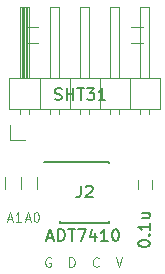
<source format=gbr>
G04 #@! TF.FileFunction,Legend,Top*
%FSLAX46Y46*%
G04 Gerber Fmt 4.6, Leading zero omitted, Abs format (unit mm)*
G04 Created by KiCad (PCBNEW 4.0.6) date 11/10/17 20:31:32*
%MOMM*%
%LPD*%
G01*
G04 APERTURE LIST*
%ADD10C,0.100000*%
%ADD11C,0.120000*%
%ADD12C,0.150000*%
G04 APERTURE END LIST*
D10*
X129096095Y-118044000D02*
X129019904Y-118005905D01*
X128905619Y-118005905D01*
X128791333Y-118044000D01*
X128715142Y-118120190D01*
X128677047Y-118196381D01*
X128638952Y-118348762D01*
X128638952Y-118463048D01*
X128677047Y-118615429D01*
X128715142Y-118691619D01*
X128791333Y-118767810D01*
X128905619Y-118805905D01*
X128981809Y-118805905D01*
X129096095Y-118767810D01*
X129134190Y-118729714D01*
X129134190Y-118463048D01*
X128981809Y-118463048D01*
X130696095Y-118805905D02*
X130696095Y-118005905D01*
X130886571Y-118005905D01*
X131000857Y-118044000D01*
X131077048Y-118120190D01*
X131115143Y-118196381D01*
X131153238Y-118348762D01*
X131153238Y-118463048D01*
X131115143Y-118615429D01*
X131077048Y-118691619D01*
X131000857Y-118767810D01*
X130886571Y-118805905D01*
X130696095Y-118805905D01*
X133172286Y-118729714D02*
X133134191Y-118767810D01*
X133019905Y-118805905D01*
X132943715Y-118805905D01*
X132829429Y-118767810D01*
X132753238Y-118691619D01*
X132715143Y-118615429D01*
X132677048Y-118463048D01*
X132677048Y-118348762D01*
X132715143Y-118196381D01*
X132753238Y-118120190D01*
X132829429Y-118044000D01*
X132943715Y-118005905D01*
X133019905Y-118005905D01*
X133134191Y-118044000D01*
X133172286Y-118082095D01*
X134619905Y-118005905D02*
X134886572Y-118805905D01*
X135153239Y-118005905D01*
D11*
X125575000Y-105420000D02*
X128175000Y-105420000D01*
X128175000Y-105420000D02*
X128175000Y-102800000D01*
X128175000Y-102800000D02*
X125575000Y-102800000D01*
X125575000Y-102800000D02*
X125575000Y-105420000D01*
X126525000Y-102800000D02*
X127285000Y-102800000D01*
X127285000Y-102800000D02*
X127285000Y-96800000D01*
X127285000Y-96800000D02*
X126525000Y-96800000D01*
X126525000Y-96800000D02*
X126525000Y-102800000D01*
X126525000Y-105850000D02*
X126525000Y-105420000D01*
X127285000Y-105850000D02*
X127285000Y-105420000D01*
X126645000Y-102800000D02*
X126645000Y-96800000D01*
X126765000Y-102800000D02*
X126765000Y-96800000D01*
X126885000Y-102800000D02*
X126885000Y-96800000D01*
X127005000Y-102800000D02*
X127005000Y-96800000D01*
X127125000Y-102800000D02*
X127125000Y-96800000D01*
X127245000Y-102800000D02*
X127245000Y-96800000D01*
X128175000Y-105420000D02*
X130715000Y-105420000D01*
X130715000Y-105420000D02*
X130715000Y-102800000D01*
X130715000Y-102800000D02*
X128175000Y-102800000D01*
X128175000Y-102800000D02*
X128175000Y-105420000D01*
X129065000Y-102800000D02*
X129825000Y-102800000D01*
X129825000Y-102800000D02*
X129825000Y-96800000D01*
X129825000Y-96800000D02*
X129065000Y-96800000D01*
X129065000Y-96800000D02*
X129065000Y-102800000D01*
X129065000Y-105850000D02*
X129065000Y-105420000D01*
X129825000Y-105850000D02*
X129825000Y-105420000D01*
X130715000Y-105420000D02*
X133255000Y-105420000D01*
X133255000Y-105420000D02*
X133255000Y-102800000D01*
X133255000Y-102800000D02*
X130715000Y-102800000D01*
X130715000Y-102800000D02*
X130715000Y-105420000D01*
X131605000Y-102800000D02*
X132365000Y-102800000D01*
X132365000Y-102800000D02*
X132365000Y-96800000D01*
X132365000Y-96800000D02*
X131605000Y-96800000D01*
X131605000Y-96800000D02*
X131605000Y-102800000D01*
X131605000Y-105850000D02*
X131605000Y-105420000D01*
X132365000Y-105850000D02*
X132365000Y-105420000D01*
X133255000Y-105420000D02*
X135795000Y-105420000D01*
X135795000Y-105420000D02*
X135795000Y-102800000D01*
X135795000Y-102800000D02*
X133255000Y-102800000D01*
X133255000Y-102800000D02*
X133255000Y-105420000D01*
X134145000Y-102800000D02*
X134905000Y-102800000D01*
X134905000Y-102800000D02*
X134905000Y-96800000D01*
X134905000Y-96800000D02*
X134145000Y-96800000D01*
X134145000Y-96800000D02*
X134145000Y-102800000D01*
X134145000Y-105850000D02*
X134145000Y-105420000D01*
X134905000Y-105850000D02*
X134905000Y-105420000D01*
X135795000Y-105420000D02*
X138395000Y-105420000D01*
X138395000Y-105420000D02*
X138395000Y-102800000D01*
X138395000Y-102800000D02*
X135795000Y-102800000D01*
X135795000Y-102800000D02*
X135795000Y-105420000D01*
X136685000Y-102800000D02*
X137445000Y-102800000D01*
X137445000Y-102800000D02*
X137445000Y-96800000D01*
X137445000Y-96800000D02*
X136685000Y-96800000D01*
X136685000Y-96800000D02*
X136685000Y-102800000D01*
X136685000Y-105850000D02*
X136685000Y-105420000D01*
X137445000Y-105850000D02*
X137445000Y-105420000D01*
X126905000Y-108030000D02*
X125635000Y-108030000D01*
X125635000Y-108030000D02*
X125635000Y-106760000D01*
D12*
X129910000Y-109900000D02*
X129910000Y-109950000D01*
X134060000Y-109900000D02*
X134060000Y-110045000D01*
X134060000Y-115050000D02*
X134060000Y-114905000D01*
X129910000Y-115050000D02*
X129910000Y-114905000D01*
X129910000Y-109900000D02*
X134060000Y-109900000D01*
X129910000Y-115050000D02*
X134060000Y-115050000D01*
X129910000Y-109950000D02*
X128510000Y-109950000D01*
D11*
X137665000Y-111490000D02*
X137665000Y-112190000D01*
X136465000Y-112190000D02*
X136465000Y-111490000D01*
X126606000Y-112213000D02*
X126606000Y-111213000D01*
X127966000Y-111213000D02*
X127966000Y-112213000D01*
X125209000Y-112213000D02*
X125209000Y-111213000D01*
X126569000Y-111213000D02*
X126569000Y-112213000D01*
X136930000Y-99820000D02*
X135930000Y-99820000D01*
X135930000Y-98460000D02*
X136930000Y-98460000D01*
X128040000Y-99820000D02*
X127040000Y-99820000D01*
X127040000Y-98460000D02*
X128040000Y-98460000D01*
D12*
X129461143Y-104624762D02*
X129604000Y-104672381D01*
X129842096Y-104672381D01*
X129937334Y-104624762D01*
X129984953Y-104577143D01*
X130032572Y-104481905D01*
X130032572Y-104386667D01*
X129984953Y-104291429D01*
X129937334Y-104243810D01*
X129842096Y-104196190D01*
X129651619Y-104148571D01*
X129556381Y-104100952D01*
X129508762Y-104053333D01*
X129461143Y-103958095D01*
X129461143Y-103862857D01*
X129508762Y-103767619D01*
X129556381Y-103720000D01*
X129651619Y-103672381D01*
X129889715Y-103672381D01*
X130032572Y-103720000D01*
X130461143Y-104672381D02*
X130461143Y-103672381D01*
X130461143Y-104148571D02*
X131032572Y-104148571D01*
X131032572Y-104672381D02*
X131032572Y-103672381D01*
X131365905Y-103672381D02*
X131937334Y-103672381D01*
X131651619Y-104672381D02*
X131651619Y-103672381D01*
X132175429Y-103672381D02*
X132794477Y-103672381D01*
X132461143Y-104053333D01*
X132604001Y-104053333D01*
X132699239Y-104100952D01*
X132746858Y-104148571D01*
X132794477Y-104243810D01*
X132794477Y-104481905D01*
X132746858Y-104577143D01*
X132699239Y-104624762D01*
X132604001Y-104672381D01*
X132318286Y-104672381D01*
X132223048Y-104624762D01*
X132175429Y-104577143D01*
X133746858Y-104672381D02*
X133175429Y-104672381D01*
X133461143Y-104672381D02*
X133461143Y-103672381D01*
X133365905Y-103815238D01*
X133270667Y-103910476D01*
X133175429Y-103958095D01*
D10*
X126968572Y-114767333D02*
X127349524Y-114767333D01*
X126892381Y-114995905D02*
X127159048Y-114195905D01*
X127425715Y-114995905D01*
X127844762Y-114195905D02*
X127920953Y-114195905D01*
X127997143Y-114234000D01*
X128035238Y-114272095D01*
X128073334Y-114348286D01*
X128111429Y-114500667D01*
X128111429Y-114691143D01*
X128073334Y-114843524D01*
X128035238Y-114919714D01*
X127997143Y-114957810D01*
X127920953Y-114995905D01*
X127844762Y-114995905D01*
X127768572Y-114957810D01*
X127730476Y-114919714D01*
X127692381Y-114843524D01*
X127654286Y-114691143D01*
X127654286Y-114500667D01*
X127692381Y-114348286D01*
X127730476Y-114272095D01*
X127768572Y-114234000D01*
X127844762Y-114195905D01*
X125444572Y-114767333D02*
X125825524Y-114767333D01*
X125368381Y-114995905D02*
X125635048Y-114195905D01*
X125901715Y-114995905D01*
X126587429Y-114995905D02*
X126130286Y-114995905D01*
X126358857Y-114995905D02*
X126358857Y-114195905D01*
X126282667Y-114310190D01*
X126206476Y-114386381D01*
X126130286Y-114424476D01*
D12*
X131651667Y-111927381D02*
X131651667Y-112641667D01*
X131604047Y-112784524D01*
X131508809Y-112879762D01*
X131365952Y-112927381D01*
X131270714Y-112927381D01*
X132080238Y-112022619D02*
X132127857Y-111975000D01*
X132223095Y-111927381D01*
X132461191Y-111927381D01*
X132556429Y-111975000D01*
X132604048Y-112022619D01*
X132651667Y-112117857D01*
X132651667Y-112213095D01*
X132604048Y-112355952D01*
X132032619Y-112927381D01*
X132651667Y-112927381D01*
X128834190Y-116324667D02*
X129310381Y-116324667D01*
X128738952Y-116610381D02*
X129072285Y-115610381D01*
X129405619Y-116610381D01*
X129738952Y-116610381D02*
X129738952Y-115610381D01*
X129977047Y-115610381D01*
X130119905Y-115658000D01*
X130215143Y-115753238D01*
X130262762Y-115848476D01*
X130310381Y-116038952D01*
X130310381Y-116181810D01*
X130262762Y-116372286D01*
X130215143Y-116467524D01*
X130119905Y-116562762D01*
X129977047Y-116610381D01*
X129738952Y-116610381D01*
X130596095Y-115610381D02*
X131167524Y-115610381D01*
X130881809Y-116610381D02*
X130881809Y-115610381D01*
X131405619Y-115610381D02*
X132072286Y-115610381D01*
X131643714Y-116610381D01*
X132881810Y-115943714D02*
X132881810Y-116610381D01*
X132643714Y-115562762D02*
X132405619Y-116277048D01*
X133024667Y-116277048D01*
X133929429Y-116610381D02*
X133358000Y-116610381D01*
X133643714Y-116610381D02*
X133643714Y-115610381D01*
X133548476Y-115753238D01*
X133453238Y-115848476D01*
X133358000Y-115896095D01*
X134548476Y-115610381D02*
X134643715Y-115610381D01*
X134738953Y-115658000D01*
X134786572Y-115705619D01*
X134834191Y-115800857D01*
X134881810Y-115991333D01*
X134881810Y-116229429D01*
X134834191Y-116419905D01*
X134786572Y-116515143D01*
X134738953Y-116562762D01*
X134643715Y-116610381D01*
X134548476Y-116610381D01*
X134453238Y-116562762D01*
X134405619Y-116515143D01*
X134358000Y-116419905D01*
X134310381Y-116229429D01*
X134310381Y-115991333D01*
X134358000Y-115800857D01*
X134405619Y-115705619D01*
X134453238Y-115658000D01*
X134548476Y-115610381D01*
X136517381Y-116864286D02*
X136517381Y-116769047D01*
X136565000Y-116673809D01*
X136612619Y-116626190D01*
X136707857Y-116578571D01*
X136898333Y-116530952D01*
X137136429Y-116530952D01*
X137326905Y-116578571D01*
X137422143Y-116626190D01*
X137469762Y-116673809D01*
X137517381Y-116769047D01*
X137517381Y-116864286D01*
X137469762Y-116959524D01*
X137422143Y-117007143D01*
X137326905Y-117054762D01*
X137136429Y-117102381D01*
X136898333Y-117102381D01*
X136707857Y-117054762D01*
X136612619Y-117007143D01*
X136565000Y-116959524D01*
X136517381Y-116864286D01*
X137422143Y-116102381D02*
X137469762Y-116054762D01*
X137517381Y-116102381D01*
X137469762Y-116150000D01*
X137422143Y-116102381D01*
X137517381Y-116102381D01*
X137517381Y-115102381D02*
X137517381Y-115673810D01*
X137517381Y-115388096D02*
X136517381Y-115388096D01*
X136660238Y-115483334D01*
X136755476Y-115578572D01*
X136803095Y-115673810D01*
X136850714Y-114245238D02*
X137517381Y-114245238D01*
X136850714Y-114673810D02*
X137374524Y-114673810D01*
X137469762Y-114626191D01*
X137517381Y-114530953D01*
X137517381Y-114388095D01*
X137469762Y-114292857D01*
X137422143Y-114245238D01*
M02*

</source>
